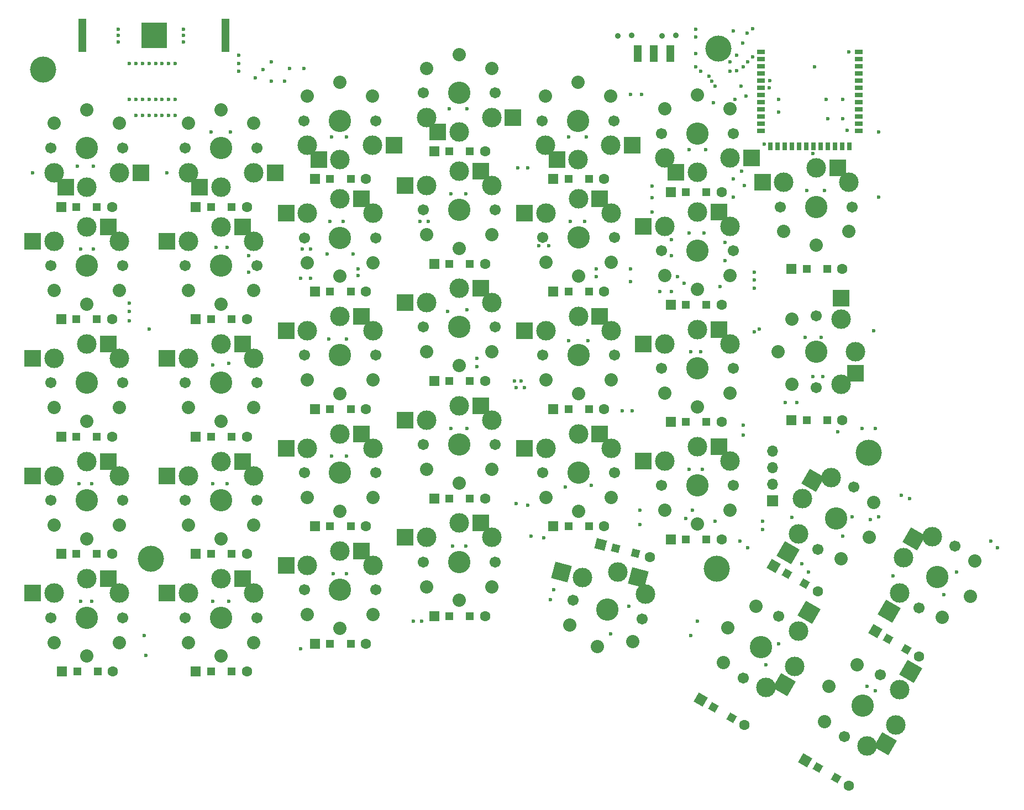
<source format=gts>
G04 #@! TF.GenerationSoftware,KiCad,Pcbnew,7.0.2*
G04 #@! TF.CreationDate,2023-04-27T22:28:51+02:00*
G04 #@! TF.ProjectId,redox_rev1,7265646f-785f-4726-9576-312e6b696361,1.0*
G04 #@! TF.SameCoordinates,Original*
G04 #@! TF.FileFunction,Soldermask,Top*
G04 #@! TF.FilePolarity,Negative*
%FSLAX46Y46*%
G04 Gerber Fmt 4.6, Leading zero omitted, Abs format (unit mm)*
G04 Created by KiCad (PCBNEW 7.0.2) date 2023-04-27 22:28:51*
%MOMM*%
%LPD*%
G01*
G04 APERTURE LIST*
G04 Aperture macros list*
%AMRotRect*
0 Rectangle, with rotation*
0 The origin of the aperture is its center*
0 $1 length*
0 $2 width*
0 $3 Rotation angle, in degrees counterclockwise*
0 Add horizontal line*
21,1,$1,$2,0,0,$3*%
G04 Aperture macros list end*
%ADD10R,1.200000X1.200000*%
%ADD11R,1.600000X1.600000*%
%ADD12C,1.600000*%
%ADD13RotRect,1.200000X1.200000X150.000000*%
%ADD14RotRect,1.600000X1.600000X150.000000*%
%ADD15RotRect,1.200000X1.200000X165.000000*%
%ADD16RotRect,1.600000X1.600000X165.000000*%
%ADD17C,1.701800*%
%ADD18C,3.000000*%
%ADD19C,3.429000*%
%ADD20C,2.032000*%
%ADD21R,2.600000X2.600000*%
%ADD22RotRect,2.600000X2.600000X60.000000*%
%ADD23RotRect,2.600000X2.600000X345.000000*%
%ADD24RotRect,2.600000X2.600000X240.000000*%
%ADD25C,4.000000*%
%ADD26R,1.198880X0.698500*%
%ADD27R,0.698500X1.198880*%
%ADD28R,1.270000X5.080000*%
%ADD29R,3.960000X3.960000*%
%ADD30C,0.900000*%
%ADD31R,1.250000X2.500000*%
%ADD32R,1.700000X1.700000*%
%ADD33O,1.700000X1.700000*%
%ADD34C,0.600000*%
G04 APERTURE END LIST*
D10*
X79470000Y-62800000D03*
D11*
X77145000Y-62800000D03*
D12*
X84945000Y-62800000D03*
D10*
X82620000Y-62800000D03*
X100120000Y-62800000D03*
D11*
X97795000Y-62800000D03*
D12*
X105595000Y-62800000D03*
D10*
X103270000Y-62800000D03*
X118370000Y-58550000D03*
D11*
X116045000Y-58550000D03*
D12*
X123845000Y-58550000D03*
D10*
X121520000Y-58550000D03*
X136620000Y-54300000D03*
D11*
X134295000Y-54300000D03*
D12*
X142095000Y-54300000D03*
D10*
X139770000Y-54300000D03*
X154870000Y-58550000D03*
D11*
X152545000Y-58550000D03*
D12*
X160345000Y-58550000D03*
D10*
X158020000Y-58550000D03*
X172870000Y-60550000D03*
D11*
X170545000Y-60550000D03*
D12*
X178345000Y-60550000D03*
D10*
X176020000Y-60550000D03*
X191370000Y-72300000D03*
D11*
X189045000Y-72300000D03*
D12*
X196845000Y-72300000D03*
D10*
X194520000Y-72300000D03*
X79470000Y-80050000D03*
D11*
X77145000Y-80050000D03*
D12*
X84945000Y-80050000D03*
D10*
X82620000Y-80050000D03*
X100120000Y-80050000D03*
D11*
X97795000Y-80050000D03*
D12*
X105595000Y-80050000D03*
D10*
X103270000Y-80050000D03*
X118370000Y-75800000D03*
D11*
X116045000Y-75800000D03*
D12*
X123845000Y-75800000D03*
D10*
X121520000Y-75800000D03*
X136620000Y-71550000D03*
D11*
X134295000Y-71550000D03*
D12*
X142095000Y-71550000D03*
D10*
X139770000Y-71550000D03*
X154870000Y-75800000D03*
D11*
X152545000Y-75800000D03*
D12*
X160345000Y-75800000D03*
D10*
X158020000Y-75800000D03*
X172870000Y-77800000D03*
D11*
X170545000Y-77800000D03*
D12*
X178345000Y-77800000D03*
D10*
X176020000Y-77800000D03*
X191370000Y-95550000D03*
D11*
X189045000Y-95550000D03*
D12*
X196845000Y-95550000D03*
D10*
X194520000Y-95550000D03*
X79470000Y-98050000D03*
D11*
X77145000Y-98050000D03*
D12*
X84945000Y-98050000D03*
D10*
X82620000Y-98050000D03*
X100120000Y-98050000D03*
D11*
X97795000Y-98050000D03*
D12*
X105595000Y-98050000D03*
D10*
X103270000Y-98050000D03*
X118370000Y-93800000D03*
D11*
X116045000Y-93800000D03*
D12*
X123845000Y-93800000D03*
D10*
X121520000Y-93800000D03*
X136620000Y-89550000D03*
D11*
X134295000Y-89550000D03*
D12*
X142095000Y-89550000D03*
D10*
X139770000Y-89550000D03*
X154870000Y-93800000D03*
D11*
X152545000Y-93800000D03*
D12*
X160345000Y-93800000D03*
D10*
X158020000Y-93800000D03*
X172870000Y-95800000D03*
D11*
X170545000Y-95800000D03*
D12*
X178345000Y-95800000D03*
D10*
X176020000Y-95800000D03*
D13*
X188370000Y-119050000D03*
D14*
X186356491Y-117887500D03*
D12*
X193111489Y-121787500D03*
D13*
X191097980Y-120625000D03*
D10*
X79470000Y-116050000D03*
D11*
X77145000Y-116050000D03*
D12*
X84945000Y-116050000D03*
D10*
X82620000Y-116050000D03*
X100120000Y-116050000D03*
D11*
X97795000Y-116050000D03*
D12*
X105595000Y-116050000D03*
D10*
X103270000Y-116050000D03*
X118370000Y-111800000D03*
D11*
X116045000Y-111800000D03*
D12*
X123845000Y-111800000D03*
D10*
X121520000Y-111800000D03*
X136620000Y-107550000D03*
D11*
X134295000Y-107550000D03*
D12*
X142095000Y-107550000D03*
D10*
X139770000Y-107550000D03*
X154870000Y-111800000D03*
D11*
X152545000Y-111800000D03*
D12*
X160345000Y-111800000D03*
D10*
X158020000Y-111800000D03*
X172870000Y-113800000D03*
D11*
X170545000Y-113800000D03*
D12*
X178345000Y-113800000D03*
D10*
X176020000Y-113800000D03*
D13*
X203870000Y-129050000D03*
D14*
X201856491Y-127887500D03*
D12*
X208611489Y-131787500D03*
D13*
X206597980Y-130625000D03*
D10*
X79620000Y-134050000D03*
D11*
X77295000Y-134050000D03*
D12*
X85095000Y-134050000D03*
D10*
X82770000Y-134050000D03*
X100120000Y-134050000D03*
D11*
X97795000Y-134050000D03*
D12*
X105595000Y-134050000D03*
D10*
X103270000Y-134050000D03*
X118370000Y-129800000D03*
D11*
X116045000Y-129800000D03*
D12*
X123845000Y-129800000D03*
D10*
X121520000Y-129800000D03*
X136620000Y-125550000D03*
D11*
X134295000Y-125550000D03*
D12*
X142095000Y-125550000D03*
D10*
X139770000Y-125550000D03*
D15*
X162098667Y-115142360D03*
D16*
X159852889Y-114540606D03*
D12*
X167387111Y-116559394D03*
D15*
X165141333Y-115957640D03*
D13*
X177120000Y-139550000D03*
D14*
X175106491Y-138387500D03*
D12*
X181861489Y-142287500D03*
D13*
X179847980Y-141125000D03*
X193120000Y-148800000D03*
D14*
X191106491Y-147637500D03*
D12*
X197861489Y-151537500D03*
D13*
X195847980Y-150375000D03*
D17*
X86595000Y-53800000D03*
D18*
X86095000Y-57550000D03*
X81095000Y-59750000D03*
D19*
X81095000Y-53800000D03*
D18*
X76095000Y-57550000D03*
D17*
X75595000Y-53800000D03*
D20*
X81095000Y-47900000D03*
D21*
X77820000Y-59750000D03*
X89370000Y-57550000D03*
D20*
X86095000Y-50000000D03*
X76095000Y-50000000D03*
D17*
X107145000Y-53800000D03*
D18*
X106645000Y-57550000D03*
X101645000Y-59750000D03*
D19*
X101645000Y-53800000D03*
D18*
X96645000Y-57550000D03*
D17*
X96145000Y-53800000D03*
D20*
X101645000Y-47900000D03*
D21*
X98370000Y-59750000D03*
X109920000Y-57550000D03*
D20*
X106645000Y-50000000D03*
X96645000Y-50000000D03*
D17*
X125370000Y-49600000D03*
D18*
X124870000Y-53350000D03*
X119870000Y-55550000D03*
D19*
X119870000Y-49600000D03*
D18*
X114870000Y-53350000D03*
D17*
X114370000Y-49600000D03*
D20*
X119870000Y-43700000D03*
D21*
X116595000Y-55550000D03*
X128145000Y-53350000D03*
D20*
X124870000Y-45800000D03*
X114870000Y-45800000D03*
D17*
X143620000Y-45350000D03*
D18*
X143120000Y-49100000D03*
X138120000Y-51300000D03*
D19*
X138120000Y-45350000D03*
D18*
X133120000Y-49100000D03*
D17*
X132620000Y-45350000D03*
D20*
X138120000Y-39450000D03*
D21*
X134845000Y-51300000D03*
X146395000Y-49100000D03*
D20*
X143120000Y-41550000D03*
X133120000Y-41550000D03*
D17*
X161870000Y-49600000D03*
D18*
X161370000Y-53350000D03*
X156370000Y-55550000D03*
D19*
X156370000Y-49600000D03*
D18*
X151370000Y-53350000D03*
D17*
X150870000Y-49600000D03*
D20*
X156370000Y-43700000D03*
D21*
X153095000Y-55550000D03*
X164645000Y-53350000D03*
D20*
X161370000Y-45800000D03*
X151370000Y-45800000D03*
D17*
X180120000Y-51550000D03*
D18*
X179620000Y-55300000D03*
X174620000Y-57500000D03*
D19*
X174620000Y-51550000D03*
D18*
X169620000Y-55300000D03*
D17*
X169120000Y-51550000D03*
D20*
X174620000Y-45650000D03*
D21*
X171345000Y-57500000D03*
X182895000Y-55300000D03*
D20*
X179620000Y-47750000D03*
X169620000Y-47750000D03*
D17*
X187370000Y-62800000D03*
D18*
X187870000Y-59050000D03*
X192870000Y-56850000D03*
D19*
X192870000Y-62800000D03*
D18*
X197870000Y-59050000D03*
D17*
X198370000Y-62800000D03*
D20*
X192870000Y-68700000D03*
D21*
X196145000Y-56850000D03*
X184595000Y-59050000D03*
D20*
X187870000Y-66600000D03*
X197870000Y-66600000D03*
D17*
X75595000Y-71800000D03*
D18*
X76095000Y-68050000D03*
X81095000Y-65850000D03*
D19*
X81095000Y-71800000D03*
D18*
X86095000Y-68050000D03*
D17*
X86595000Y-71800000D03*
D20*
X81095000Y-77700000D03*
D21*
X84370000Y-65850000D03*
X72820000Y-68050000D03*
D20*
X76095000Y-75600000D03*
X86095000Y-75600000D03*
D17*
X96145000Y-71800000D03*
D18*
X96645000Y-68050000D03*
X101645000Y-65850000D03*
D19*
X101645000Y-71800000D03*
D18*
X106645000Y-68050000D03*
D17*
X107145000Y-71800000D03*
D20*
X101645000Y-77700000D03*
D21*
X104920000Y-65850000D03*
X93370000Y-68050000D03*
D20*
X96645000Y-75600000D03*
X106645000Y-75600000D03*
D17*
X114395000Y-67550000D03*
D18*
X114895000Y-63800000D03*
X119895000Y-61600000D03*
D19*
X119895000Y-67550000D03*
D18*
X124895000Y-63800000D03*
D17*
X125395000Y-67550000D03*
D20*
X119895000Y-73450000D03*
D21*
X123170000Y-61600000D03*
X111620000Y-63800000D03*
D20*
X114895000Y-71350000D03*
X124895000Y-71350000D03*
D17*
X132645000Y-63300000D03*
D18*
X133145000Y-59550000D03*
X138145000Y-57350000D03*
D19*
X138145000Y-63300000D03*
D18*
X143145000Y-59550000D03*
D17*
X143645000Y-63300000D03*
D20*
X138145000Y-69200000D03*
D21*
X141420000Y-57350000D03*
X129870000Y-59550000D03*
D20*
X133145000Y-67100000D03*
X143145000Y-67100000D03*
D17*
X150895000Y-67500000D03*
D18*
X151395000Y-63750000D03*
X156395000Y-61550000D03*
D19*
X156395000Y-67500000D03*
D18*
X161395000Y-63750000D03*
D17*
X161895000Y-67500000D03*
D20*
X156395000Y-73400000D03*
D21*
X159670000Y-61550000D03*
X148120000Y-63750000D03*
D20*
X151395000Y-71300000D03*
X161395000Y-71300000D03*
D17*
X169120000Y-69550000D03*
D18*
X169620000Y-65800000D03*
X174620000Y-63600000D03*
D19*
X174620000Y-69550000D03*
D18*
X179620000Y-65800000D03*
D17*
X180120000Y-69550000D03*
D20*
X174620000Y-75450000D03*
D21*
X177895000Y-63600000D03*
X166345000Y-65800000D03*
D20*
X169620000Y-73350000D03*
X179620000Y-73350000D03*
D17*
X192870000Y-79550000D03*
D18*
X196620000Y-80050000D03*
X198820000Y-85050000D03*
D19*
X192870000Y-85050000D03*
D18*
X196620000Y-90050000D03*
D17*
X192870000Y-90550000D03*
D20*
X186970000Y-85050000D03*
D21*
X198820000Y-88325000D03*
X196620000Y-76775000D03*
D20*
X189070000Y-80050000D03*
X189070000Y-90050000D03*
D17*
X75595000Y-89800000D03*
D18*
X76095000Y-86050000D03*
X81095000Y-83850000D03*
D19*
X81095000Y-89800000D03*
D18*
X86095000Y-86050000D03*
D17*
X86595000Y-89800000D03*
D20*
X81095000Y-95700000D03*
D21*
X84370000Y-83850000D03*
X72820000Y-86050000D03*
D20*
X76095000Y-93600000D03*
X86095000Y-93600000D03*
D17*
X96145000Y-89800000D03*
D18*
X96645000Y-86050000D03*
X101645000Y-83850000D03*
D19*
X101645000Y-89800000D03*
D18*
X106645000Y-86050000D03*
D17*
X107145000Y-89800000D03*
D20*
X101645000Y-95700000D03*
D21*
X104920000Y-83850000D03*
X93370000Y-86050000D03*
D20*
X96645000Y-93600000D03*
X106645000Y-93600000D03*
D17*
X114395000Y-85550000D03*
D18*
X114895000Y-81800000D03*
X119895000Y-79600000D03*
D19*
X119895000Y-85550000D03*
D18*
X124895000Y-81800000D03*
D17*
X125395000Y-85550000D03*
D20*
X119895000Y-91450000D03*
D21*
X123170000Y-79600000D03*
X111620000Y-81800000D03*
D20*
X114895000Y-89350000D03*
X124895000Y-89350000D03*
D17*
X132645000Y-81250000D03*
D18*
X133145000Y-77500000D03*
X138145000Y-75300000D03*
D19*
X138145000Y-81250000D03*
D18*
X143145000Y-77500000D03*
D17*
X143645000Y-81250000D03*
D20*
X138145000Y-87150000D03*
D21*
X141420000Y-75300000D03*
X129870000Y-77500000D03*
D20*
X133145000Y-85050000D03*
X143145000Y-85050000D03*
D17*
X150895000Y-85550000D03*
D18*
X151395000Y-81800000D03*
X156395000Y-79600000D03*
D19*
X156395000Y-85550000D03*
D18*
X161395000Y-81800000D03*
D17*
X161895000Y-85550000D03*
D20*
X156395000Y-91450000D03*
D21*
X159670000Y-79600000D03*
X148120000Y-81800000D03*
D20*
X151395000Y-89350000D03*
X161395000Y-89350000D03*
D17*
X169120000Y-87550000D03*
D18*
X169620000Y-83800000D03*
X174620000Y-81600000D03*
D19*
X174620000Y-87550000D03*
D18*
X179620000Y-83800000D03*
D17*
X180120000Y-87550000D03*
D20*
X174620000Y-93450000D03*
D21*
X177895000Y-81600000D03*
X166345000Y-83800000D03*
D20*
X169620000Y-91350000D03*
X179620000Y-91350000D03*
D17*
X193120000Y-115313140D03*
D18*
X190122405Y-113005127D03*
X190717149Y-107575000D03*
D19*
X195870000Y-110550000D03*
D18*
X195122405Y-104344873D03*
D17*
X198620000Y-105786860D03*
D20*
X200979550Y-113500000D03*
D22*
X192354649Y-104738767D03*
X188484905Y-115841360D03*
D20*
X196660897Y-116780127D03*
X201660897Y-108119873D03*
D17*
X75595000Y-107800000D03*
D18*
X76095000Y-104050000D03*
X81095000Y-101850000D03*
D19*
X81095000Y-107800000D03*
D18*
X86095000Y-104050000D03*
D17*
X86595000Y-107800000D03*
D20*
X81095000Y-113700000D03*
D21*
X84370000Y-101850000D03*
X72820000Y-104050000D03*
D20*
X76095000Y-111600000D03*
X86095000Y-111600000D03*
D17*
X96145000Y-107800000D03*
D18*
X96645000Y-104050000D03*
X101645000Y-101850000D03*
D19*
X101645000Y-107800000D03*
D18*
X106645000Y-104050000D03*
D17*
X107145000Y-107800000D03*
D20*
X101645000Y-113700000D03*
D21*
X104920000Y-101850000D03*
X93370000Y-104050000D03*
D20*
X96645000Y-111600000D03*
X106645000Y-111600000D03*
D17*
X114395000Y-103550000D03*
D18*
X114895000Y-99800000D03*
X119895000Y-97600000D03*
D19*
X119895000Y-103550000D03*
D18*
X124895000Y-99800000D03*
D17*
X125395000Y-103550000D03*
D20*
X119895000Y-109450000D03*
D21*
X123170000Y-97600000D03*
X111620000Y-99800000D03*
D20*
X114895000Y-107350000D03*
X124895000Y-107350000D03*
D17*
X132645000Y-99250000D03*
D18*
X133145000Y-95500000D03*
X138145000Y-93300000D03*
D19*
X138145000Y-99250000D03*
D18*
X143145000Y-95500000D03*
D17*
X143645000Y-99250000D03*
D20*
X138145000Y-105150000D03*
D21*
X141420000Y-93300000D03*
X129870000Y-95500000D03*
D20*
X133145000Y-103050000D03*
X143145000Y-103050000D03*
D17*
X150895000Y-103550000D03*
D18*
X151395000Y-99800000D03*
X156395000Y-97600000D03*
D19*
X156395000Y-103550000D03*
D18*
X161395000Y-99800000D03*
D17*
X161895000Y-103550000D03*
D20*
X156395000Y-109450000D03*
D21*
X159670000Y-97600000D03*
X148120000Y-99800000D03*
D20*
X151395000Y-107350000D03*
X161395000Y-107350000D03*
D17*
X169120000Y-105550000D03*
D18*
X169620000Y-101800000D03*
X174620000Y-99600000D03*
D19*
X174620000Y-105550000D03*
D18*
X179620000Y-101800000D03*
D17*
X180120000Y-105550000D03*
D20*
X174620000Y-111450000D03*
D21*
X177895000Y-99600000D03*
X166345000Y-101800000D03*
D20*
X169620000Y-109350000D03*
X179620000Y-109350000D03*
D17*
X208620000Y-124313140D03*
D18*
X205622405Y-122005127D03*
X206217149Y-116575000D03*
D19*
X211370000Y-119550000D03*
D18*
X210622405Y-113344873D03*
D17*
X214120000Y-114786860D03*
D20*
X216479550Y-122500000D03*
D22*
X207854649Y-113738767D03*
X203984905Y-124841360D03*
D20*
X212160897Y-125780127D03*
X217160897Y-117119873D03*
D17*
X75595000Y-125800000D03*
D18*
X76095000Y-122050000D03*
X81095000Y-119850000D03*
D19*
X81095000Y-125800000D03*
D18*
X86095000Y-122050000D03*
D17*
X86595000Y-125800000D03*
D20*
X81095000Y-131700000D03*
D21*
X84370000Y-119850000D03*
X72820000Y-122050000D03*
D20*
X76095000Y-129600000D03*
X86095000Y-129600000D03*
D17*
X96145000Y-125800000D03*
D18*
X96645000Y-122050000D03*
X101645000Y-119850000D03*
D19*
X101645000Y-125800000D03*
D18*
X106645000Y-122050000D03*
D17*
X107145000Y-125800000D03*
D20*
X101645000Y-131700000D03*
D21*
X104920000Y-119850000D03*
X93370000Y-122050000D03*
D20*
X96645000Y-129600000D03*
X106645000Y-129600000D03*
D17*
X114395000Y-121550000D03*
D18*
X114895000Y-117800000D03*
X119895000Y-115600000D03*
D19*
X119895000Y-121550000D03*
D18*
X124895000Y-117800000D03*
D17*
X125395000Y-121550000D03*
D20*
X119895000Y-127450000D03*
D21*
X123170000Y-115600000D03*
X111620000Y-117800000D03*
D20*
X114895000Y-125350000D03*
X124895000Y-125350000D03*
D17*
X132645000Y-117250000D03*
D18*
X133145000Y-113500000D03*
X138145000Y-111300000D03*
D19*
X138145000Y-117250000D03*
D18*
X143145000Y-113500000D03*
D17*
X143645000Y-117250000D03*
D20*
X138145000Y-123150000D03*
D21*
X141420000Y-111300000D03*
X129870000Y-113500000D03*
D20*
X133145000Y-121050000D03*
X143145000Y-121050000D03*
D17*
X155557408Y-123126495D03*
D18*
X157010942Y-119633683D03*
X162409973Y-118802741D03*
D19*
X160870000Y-124550000D03*
D18*
X166670201Y-122221873D03*
D17*
X166182592Y-125973505D03*
D20*
X159342968Y-130248962D03*
D23*
X165573380Y-119650374D03*
X153847535Y-118786051D03*
D20*
X155056858Y-126926423D03*
X164716117Y-129514613D03*
D17*
X187120000Y-125536860D03*
D18*
X190117595Y-127844873D03*
X189522851Y-133275000D03*
D19*
X184370000Y-130300000D03*
D18*
X185117595Y-136505127D03*
D17*
X181620000Y-135063140D03*
D20*
X179260450Y-127350000D03*
D24*
X187885351Y-136111233D03*
X191755095Y-125008640D03*
D20*
X183579103Y-124069873D03*
X178579103Y-132730127D03*
D17*
X202660897Y-134536860D03*
D18*
X205658492Y-136844873D03*
X205063748Y-142275000D03*
D19*
X199910897Y-139300000D03*
D18*
X200658492Y-145505127D03*
D17*
X197160897Y-144063140D03*
D20*
X194801347Y-136350000D03*
D24*
X203426248Y-145111233D03*
X207295992Y-134008640D03*
D20*
X199120000Y-133069873D03*
X194120000Y-141730127D03*
D25*
X90870000Y-116800000D03*
X177870000Y-38550000D03*
X74370000Y-41800000D03*
X177620000Y-118300000D03*
X200870000Y-100550000D03*
D26*
X184371920Y-39077740D03*
X184371920Y-40177560D03*
X184371920Y-41277380D03*
X184371920Y-42377200D03*
X184371920Y-43477020D03*
X184371920Y-44576840D03*
X184371920Y-45676660D03*
X184371920Y-46776480D03*
X184371920Y-47876300D03*
X184371920Y-48976120D03*
X184371920Y-50075940D03*
X184371920Y-51175760D03*
D27*
X185822260Y-53525260D03*
X186922080Y-53525260D03*
X188021900Y-53525260D03*
X189121720Y-53525260D03*
X190221540Y-53525260D03*
X191321360Y-53525260D03*
X192418640Y-53525260D03*
X193518460Y-53525260D03*
X194618280Y-53525260D03*
X195718100Y-53525260D03*
X196817920Y-53525260D03*
X197917740Y-53525260D03*
D26*
X199368080Y-51175760D03*
X199368080Y-50075940D03*
X199368080Y-48976120D03*
X199368080Y-47876300D03*
X199368080Y-46776480D03*
X199368080Y-45676660D03*
X199368080Y-44576840D03*
X199368080Y-43477020D03*
X199368080Y-42377200D03*
X199368080Y-41277380D03*
X199368080Y-40177560D03*
X199368080Y-39077740D03*
D28*
X102370000Y-36550000D03*
X80400000Y-36550000D03*
D29*
X91385000Y-36550000D03*
D30*
X171370000Y-36550000D03*
X164570000Y-36550000D03*
D31*
X170470000Y-39300000D03*
X167970000Y-39300000D03*
X165470000Y-39300000D03*
D32*
X186120000Y-107850000D03*
D33*
X186120000Y-105310000D03*
X186120000Y-102770000D03*
X186120000Y-100230000D03*
D30*
X162420000Y-36554000D03*
X169220000Y-36554000D03*
D34*
X181332433Y-44262432D03*
X184371920Y-40177560D03*
X177120000Y-46800000D03*
X182120000Y-45800000D03*
X184371920Y-41277380D03*
X90620000Y-81550000D03*
X192620000Y-41300000D03*
X180370000Y-46300000D03*
X167686589Y-61366589D03*
X167686589Y-63616589D03*
X184371920Y-42377200D03*
X167686589Y-59616589D03*
X184371920Y-47876300D03*
X172870000Y-110583178D03*
X180120000Y-61300000D03*
X181870000Y-59550000D03*
X173870000Y-109300000D03*
X184371920Y-48976120D03*
X181370000Y-57300000D03*
X180120000Y-58550000D03*
X185822260Y-53525260D03*
X174370000Y-41300000D03*
X84370000Y-65850000D03*
X175120000Y-42050000D03*
X179620000Y-40550000D03*
X104920000Y-65850000D03*
X186922080Y-53525260D03*
X179620000Y-42050000D03*
X123170000Y-61600000D03*
X180620000Y-39550000D03*
X180636378Y-41918633D03*
X189121720Y-53525260D03*
X176370000Y-42800000D03*
X181616161Y-37670661D03*
X176870000Y-43550000D03*
X141420000Y-57350000D03*
X190221540Y-53525260D03*
X181620000Y-41300000D03*
X182370000Y-40550000D03*
X159670000Y-61550000D03*
X165573380Y-119650374D03*
X191321360Y-53525260D03*
X177370000Y-44300000D03*
X182289218Y-36150971D03*
X183120000Y-39800000D03*
X177895000Y-63600000D03*
X187885351Y-136111233D03*
X192418640Y-53525260D03*
X183120000Y-35526471D03*
X203426248Y-145111233D03*
X189079649Y-110411233D03*
X196145000Y-56850000D03*
X193518460Y-53525260D03*
X204579649Y-119411233D03*
X201620000Y-81800000D03*
X202370000Y-61300000D03*
X196120000Y-97300000D03*
X202370000Y-51300000D03*
X174370000Y-39300000D03*
X197620000Y-51050000D03*
X159120000Y-72300000D03*
X175620000Y-66800000D03*
X132120000Y-65050000D03*
X146870000Y-108300000D03*
X118620000Y-52050000D03*
X188120000Y-92800000D03*
X168870000Y-75800000D03*
X102870000Y-86800000D03*
X187120000Y-46300000D03*
X154870000Y-52050000D03*
X113870000Y-130550000D03*
X173620000Y-128550000D03*
X164370000Y-45550000D03*
X115370000Y-73800000D03*
X100120000Y-51300000D03*
X193620000Y-82800000D03*
X111370000Y-43550000D03*
X117870000Y-70050000D03*
X105870000Y-72800000D03*
X137120000Y-114800000D03*
X161370000Y-128300000D03*
X93620000Y-48800000D03*
X146620000Y-89550000D03*
X163120000Y-94050000D03*
X172620000Y-74550000D03*
X95870000Y-37550000D03*
X109370000Y-43550000D03*
X166120000Y-45550000D03*
X178120000Y-75050000D03*
X194370000Y-46300000D03*
X152620000Y-121550000D03*
X139120000Y-60800000D03*
X140870000Y-87300000D03*
X87620000Y-40800000D03*
X175120000Y-85050000D03*
X196870000Y-49300000D03*
X151120000Y-113550000D03*
X151870000Y-68800000D03*
X120870000Y-52050000D03*
X93620000Y-46300000D03*
X136870000Y-96800000D03*
X79870000Y-105300000D03*
X118370000Y-65050000D03*
X133370000Y-65050000D03*
X155120000Y-65050000D03*
X165870000Y-111550000D03*
X88620000Y-46300000D03*
X178870000Y-68300000D03*
X207120000Y-107550000D03*
X100870000Y-69050000D03*
X177370000Y-111050000D03*
X191620000Y-118800000D03*
X102620000Y-105300000D03*
X139370000Y-47800000D03*
X89870000Y-128550000D03*
X164370000Y-72300000D03*
X89620000Y-40800000D03*
X82120000Y-56550000D03*
X202370000Y-110300000D03*
X108120000Y-41800000D03*
X120870000Y-83050000D03*
X148620000Y-108550000D03*
X175370000Y-103050000D03*
X187120000Y-129800000D03*
X136370000Y-78800000D03*
X185120000Y-133050000D03*
X191120000Y-82800000D03*
X150370000Y-68800000D03*
X90120000Y-131550000D03*
X164620000Y-94050000D03*
X114120000Y-69300000D03*
X196870000Y-113300000D03*
X82120000Y-69300000D03*
X180120000Y-35800000D03*
X80120000Y-123300000D03*
X120370000Y-65050000D03*
X94620000Y-40800000D03*
X106870000Y-43050000D03*
X85870000Y-36550000D03*
X149120000Y-113300000D03*
X173370000Y-54050000D03*
X190620000Y-117550000D03*
X91620000Y-48800000D03*
X140870000Y-86050000D03*
X205870000Y-107050000D03*
X122620000Y-73300000D03*
X104370000Y-39550000D03*
X95870000Y-35550000D03*
X178870000Y-71050000D03*
X87620000Y-78800000D03*
X89620000Y-48800000D03*
X196870000Y-46300000D03*
X90620000Y-48800000D03*
X92620000Y-48800000D03*
X201870000Y-137050000D03*
X183370000Y-74050000D03*
X173370000Y-66800000D03*
X91620000Y-40800000D03*
X94620000Y-46300000D03*
X173370000Y-103050000D03*
X102870000Y-123300000D03*
X164120000Y-124050000D03*
X146870000Y-90550000D03*
X174370000Y-36800000D03*
X93620000Y-40800000D03*
X181120000Y-114050000D03*
X85870000Y-37550000D03*
X102620000Y-69050000D03*
X113870000Y-73800000D03*
X115370000Y-69300000D03*
X131120000Y-126300000D03*
X120870000Y-119050000D03*
X157370000Y-65050000D03*
X100370000Y-105300000D03*
X199870000Y-96800000D03*
X165870000Y-109300000D03*
X88620000Y-40800000D03*
X212370000Y-122300000D03*
X187120000Y-48300000D03*
X136870000Y-60800000D03*
X184620000Y-111050000D03*
X219620000Y-114050000D03*
X174620000Y-126300000D03*
X147620000Y-89550000D03*
X197842260Y-39077740D03*
X139370000Y-96800000D03*
X183370000Y-75300000D03*
X191370000Y-60300000D03*
X158370000Y-105550000D03*
X189870000Y-92800000D03*
X100370000Y-87050000D03*
X214370000Y-118800000D03*
X121870000Y-70050000D03*
X139120000Y-114800000D03*
X87620000Y-46300000D03*
X90620000Y-46300000D03*
X173620000Y-85050000D03*
X132370000Y-126300000D03*
X88620000Y-48800000D03*
X181620000Y-97800000D03*
X159120000Y-73550000D03*
X80120000Y-69300000D03*
X182370000Y-115050000D03*
X174370000Y-35550000D03*
X87620000Y-77550000D03*
X94620000Y-48800000D03*
X104370000Y-40800000D03*
X170620000Y-70300000D03*
X184620000Y-112300000D03*
X114370000Y-41550000D03*
X200620000Y-136300000D03*
X154370000Y-105800000D03*
X175870000Y-54050000D03*
X220620000Y-115050000D03*
X122620000Y-72300000D03*
X198370000Y-110300000D03*
X152120000Y-123050000D03*
X170620000Y-75800000D03*
X89620000Y-46300000D03*
X192370000Y-88800000D03*
X112120000Y-41550000D03*
X103120000Y-51300000D03*
X118870000Y-119050000D03*
X171620000Y-73550000D03*
X136620000Y-47800000D03*
X193870000Y-88800000D03*
X148120000Y-90550000D03*
X87620000Y-80300000D03*
X105870000Y-70300000D03*
X157870000Y-83300000D03*
X181620000Y-96300000D03*
X92620000Y-46300000D03*
X157620000Y-52050000D03*
X81870000Y-123300000D03*
X85870000Y-35550000D03*
X201870000Y-96800000D03*
X109370000Y-40550000D03*
X148620000Y-56800000D03*
X120870000Y-101050000D03*
X118120000Y-83050000D03*
X90620000Y-40800000D03*
X100370000Y-123300000D03*
X81870000Y-105300000D03*
X104370000Y-42050000D03*
X201120000Y-110800000D03*
X79620000Y-56550000D03*
X91620000Y-46300000D03*
X194620000Y-49300000D03*
X118620000Y-101050000D03*
X92620000Y-40800000D03*
X170620000Y-67800000D03*
X154870000Y-83300000D03*
X194120000Y-60300000D03*
X147120000Y-56800000D03*
X183370000Y-72800000D03*
X95870000Y-36550000D03*
X139370000Y-78550000D03*
X164370000Y-74300000D03*
X192370000Y-54624202D03*
X183370000Y-82000498D03*
X185745500Y-43477020D03*
X184870000Y-53174500D03*
X185620000Y-44550000D03*
X184120000Y-81550000D03*
X72820000Y-57550000D03*
X93370000Y-57550000D03*
M02*

</source>
